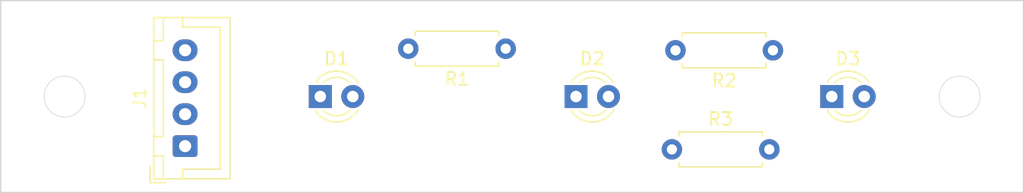
<source format=kicad_pcb>
(kicad_pcb (version 20171130) (host pcbnew 5.1.6-c6e7f7d~87~ubuntu18.04.1)

  (general
    (thickness 1.6)
    (drawings 6)
    (tracks 0)
    (zones 0)
    (modules 7)
    (nets 8)
  )

  (page A4)
  (layers
    (0 F.Cu signal)
    (31 B.Cu signal)
    (32 B.Adhes user)
    (33 F.Adhes user)
    (34 B.Paste user)
    (35 F.Paste user)
    (36 B.SilkS user)
    (37 F.SilkS user)
    (38 B.Mask user)
    (39 F.Mask user)
    (40 Dwgs.User user)
    (41 Cmts.User user)
    (42 Eco1.User user)
    (43 Eco2.User user)
    (44 Edge.Cuts user)
    (45 Margin user)
    (46 B.CrtYd user)
    (47 F.CrtYd user)
    (48 B.Fab user)
    (49 F.Fab user)
  )

  (setup
    (last_trace_width 0.25)
    (trace_clearance 0.2)
    (zone_clearance 0.508)
    (zone_45_only no)
    (trace_min 0.2)
    (via_size 0.8)
    (via_drill 0.4)
    (via_min_size 0.4)
    (via_min_drill 0.3)
    (uvia_size 0.3)
    (uvia_drill 0.1)
    (uvias_allowed no)
    (uvia_min_size 0.2)
    (uvia_min_drill 0.1)
    (edge_width 0.05)
    (segment_width 0.2)
    (pcb_text_width 0.3)
    (pcb_text_size 1.5 1.5)
    (mod_edge_width 0.12)
    (mod_text_size 1 1)
    (mod_text_width 0.15)
    (pad_size 1.8 1.8)
    (pad_drill 0.9)
    (pad_to_mask_clearance 0.05)
    (aux_axis_origin 0 0)
    (visible_elements FFFFFF7F)
    (pcbplotparams
      (layerselection 0x010fc_ffffffff)
      (usegerberextensions false)
      (usegerberattributes true)
      (usegerberadvancedattributes true)
      (creategerberjobfile true)
      (excludeedgelayer true)
      (linewidth 0.100000)
      (plotframeref false)
      (viasonmask false)
      (mode 1)
      (useauxorigin false)
      (hpglpennumber 1)
      (hpglpenspeed 20)
      (hpglpendiameter 15.000000)
      (psnegative false)
      (psa4output false)
      (plotreference true)
      (plotvalue true)
      (plotinvisibletext false)
      (padsonsilk false)
      (subtractmaskfromsilk false)
      (outputformat 1)
      (mirror false)
      (drillshape 1)
      (scaleselection 1)
      (outputdirectory ""))
  )

  (net 0 "")
  (net 1 "Net-(D1-Pad2)")
  (net 2 "Net-(D1-Pad1)")
  (net 3 "Net-(D2-Pad2)")
  (net 4 "Net-(D2-Pad1)")
  (net 5 "Net-(D3-Pad2)")
  (net 6 "Net-(D3-Pad1)")
  (net 7 "Net-(J1-Pad4)")

  (net_class Default "This is the default net class."
    (clearance 0.2)
    (trace_width 0.25)
    (via_dia 0.8)
    (via_drill 0.4)
    (uvia_dia 0.3)
    (uvia_drill 0.1)
    (add_net "Net-(D1-Pad1)")
    (add_net "Net-(D1-Pad2)")
    (add_net "Net-(D2-Pad1)")
    (add_net "Net-(D2-Pad2)")
    (add_net "Net-(D3-Pad1)")
    (add_net "Net-(D3-Pad2)")
    (add_net "Net-(J1-Pad4)")
  )

  (module Resistor_THT:R_Axial_DIN0207_L6.3mm_D2.5mm_P7.62mm_Horizontal (layer F.Cu) (tedit 5AE5139B) (tstamp 60617F4D)
    (at 152.5 111.633)
    (descr "Resistor, Axial_DIN0207 series, Axial, Horizontal, pin pitch=7.62mm, 0.25W = 1/4W, length*diameter=6.3*2.5mm^2, http://cdn-reichelt.de/documents/datenblatt/B400/1_4W%23YAG.pdf")
    (tags "Resistor Axial_DIN0207 series Axial Horizontal pin pitch 7.62mm 0.25W = 1/4W length 6.3mm diameter 2.5mm")
    (path /606257AB)
    (fp_text reference R3 (at 3.81 -2.37) (layer F.SilkS)
      (effects (font (size 1 1) (thickness 0.15)))
    )
    (fp_text value 1k (at 3.81 2.37) (layer F.Fab)
      (effects (font (size 1 1) (thickness 0.15)))
    )
    (fp_text user %R (at 3.81 0) (layer F.Fab)
      (effects (font (size 1 1) (thickness 0.15)))
    )
    (fp_line (start 0.66 -1.25) (end 0.66 1.25) (layer F.Fab) (width 0.1))
    (fp_line (start 0.66 1.25) (end 6.96 1.25) (layer F.Fab) (width 0.1))
    (fp_line (start 6.96 1.25) (end 6.96 -1.25) (layer F.Fab) (width 0.1))
    (fp_line (start 6.96 -1.25) (end 0.66 -1.25) (layer F.Fab) (width 0.1))
    (fp_line (start 0 0) (end 0.66 0) (layer F.Fab) (width 0.1))
    (fp_line (start 7.62 0) (end 6.96 0) (layer F.Fab) (width 0.1))
    (fp_line (start 0.54 -1.04) (end 0.54 -1.37) (layer F.SilkS) (width 0.12))
    (fp_line (start 0.54 -1.37) (end 7.08 -1.37) (layer F.SilkS) (width 0.12))
    (fp_line (start 7.08 -1.37) (end 7.08 -1.04) (layer F.SilkS) (width 0.12))
    (fp_line (start 0.54 1.04) (end 0.54 1.37) (layer F.SilkS) (width 0.12))
    (fp_line (start 0.54 1.37) (end 7.08 1.37) (layer F.SilkS) (width 0.12))
    (fp_line (start 7.08 1.37) (end 7.08 1.04) (layer F.SilkS) (width 0.12))
    (fp_line (start -1.05 -1.5) (end -1.05 1.5) (layer F.CrtYd) (width 0.05))
    (fp_line (start -1.05 1.5) (end 8.67 1.5) (layer F.CrtYd) (width 0.05))
    (fp_line (start 8.67 1.5) (end 8.67 -1.5) (layer F.CrtYd) (width 0.05))
    (fp_line (start 8.67 -1.5) (end -1.05 -1.5) (layer F.CrtYd) (width 0.05))
    (pad 2 thru_hole oval (at 7.62 0) (size 1.6 1.6) (drill 0.8) (layers *.Cu *.Mask)
      (net 5 "Net-(D3-Pad2)"))
    (pad 1 thru_hole circle (at 0 0) (size 1.6 1.6) (drill 0.8) (layers *.Cu *.Mask)
      (net 7 "Net-(J1-Pad4)"))
    (model ${KISYS3DMOD}/Resistor_THT.3dshapes/R_Axial_DIN0207_L6.3mm_D2.5mm_P7.62mm_Horizontal.wrl
      (at (xyz 0 0 0))
      (scale (xyz 1 1 1))
      (rotate (xyz 0 0 0))
    )
  )

  (module Resistor_THT:R_Axial_DIN0207_L6.3mm_D2.5mm_P7.62mm_Horizontal (layer F.Cu) (tedit 5AE5139B) (tstamp 6061ACFE)
    (at 160.401 103.886 180)
    (descr "Resistor, Axial_DIN0207 series, Axial, Horizontal, pin pitch=7.62mm, 0.25W = 1/4W, length*diameter=6.3*2.5mm^2, http://cdn-reichelt.de/documents/datenblatt/B400/1_4W%23YAG.pdf")
    (tags "Resistor Axial_DIN0207 series Axial Horizontal pin pitch 7.62mm 0.25W = 1/4W length 6.3mm diameter 2.5mm")
    (path /606262BB)
    (fp_text reference R2 (at 3.81 -2.37) (layer F.SilkS)
      (effects (font (size 1 1) (thickness 0.15)))
    )
    (fp_text value 1k (at 3.81 2.37) (layer F.Fab)
      (effects (font (size 1 1) (thickness 0.15)))
    )
    (fp_text user %R (at 3.81 0) (layer F.Fab)
      (effects (font (size 1 1) (thickness 0.15)))
    )
    (fp_line (start 0.66 -1.25) (end 0.66 1.25) (layer F.Fab) (width 0.1))
    (fp_line (start 0.66 1.25) (end 6.96 1.25) (layer F.Fab) (width 0.1))
    (fp_line (start 6.96 1.25) (end 6.96 -1.25) (layer F.Fab) (width 0.1))
    (fp_line (start 6.96 -1.25) (end 0.66 -1.25) (layer F.Fab) (width 0.1))
    (fp_line (start 0 0) (end 0.66 0) (layer F.Fab) (width 0.1))
    (fp_line (start 7.62 0) (end 6.96 0) (layer F.Fab) (width 0.1))
    (fp_line (start 0.54 -1.04) (end 0.54 -1.37) (layer F.SilkS) (width 0.12))
    (fp_line (start 0.54 -1.37) (end 7.08 -1.37) (layer F.SilkS) (width 0.12))
    (fp_line (start 7.08 -1.37) (end 7.08 -1.04) (layer F.SilkS) (width 0.12))
    (fp_line (start 0.54 1.04) (end 0.54 1.37) (layer F.SilkS) (width 0.12))
    (fp_line (start 0.54 1.37) (end 7.08 1.37) (layer F.SilkS) (width 0.12))
    (fp_line (start 7.08 1.37) (end 7.08 1.04) (layer F.SilkS) (width 0.12))
    (fp_line (start -1.05 -1.5) (end -1.05 1.5) (layer F.CrtYd) (width 0.05))
    (fp_line (start -1.05 1.5) (end 8.67 1.5) (layer F.CrtYd) (width 0.05))
    (fp_line (start 8.67 1.5) (end 8.67 -1.5) (layer F.CrtYd) (width 0.05))
    (fp_line (start 8.67 -1.5) (end -1.05 -1.5) (layer F.CrtYd) (width 0.05))
    (pad 2 thru_hole oval (at 7.62 0 180) (size 1.6 1.6) (drill 0.8) (layers *.Cu *.Mask)
      (net 3 "Net-(D2-Pad2)"))
    (pad 1 thru_hole circle (at 0 0 180) (size 1.6 1.6) (drill 0.8) (layers *.Cu *.Mask)
      (net 7 "Net-(J1-Pad4)"))
    (model ${KISYS3DMOD}/Resistor_THT.3dshapes/R_Axial_DIN0207_L6.3mm_D2.5mm_P7.62mm_Horizontal.wrl
      (at (xyz 0 0 0))
      (scale (xyz 1 1 1))
      (rotate (xyz 0 0 0))
    )
  )

  (module Resistor_THT:R_Axial_DIN0207_L6.3mm_D2.5mm_P7.62mm_Horizontal (layer F.Cu) (tedit 5AE5139B) (tstamp 60618132)
    (at 139.5 103.759 180)
    (descr "Resistor, Axial_DIN0207 series, Axial, Horizontal, pin pitch=7.62mm, 0.25W = 1/4W, length*diameter=6.3*2.5mm^2, http://cdn-reichelt.de/documents/datenblatt/B400/1_4W%23YAG.pdf")
    (tags "Resistor Axial_DIN0207 series Axial Horizontal pin pitch 7.62mm 0.25W = 1/4W length 6.3mm diameter 2.5mm")
    (path /60626A53)
    (fp_text reference R1 (at 3.81 -2.37) (layer F.SilkS)
      (effects (font (size 1 1) (thickness 0.15)))
    )
    (fp_text value 1k (at 3.81 2.37) (layer F.Fab)
      (effects (font (size 1 1) (thickness 0.15)))
    )
    (fp_text user %R (at 3.81 0) (layer F.Fab)
      (effects (font (size 1 1) (thickness 0.15)))
    )
    (fp_line (start 0.66 -1.25) (end 0.66 1.25) (layer F.Fab) (width 0.1))
    (fp_line (start 0.66 1.25) (end 6.96 1.25) (layer F.Fab) (width 0.1))
    (fp_line (start 6.96 1.25) (end 6.96 -1.25) (layer F.Fab) (width 0.1))
    (fp_line (start 6.96 -1.25) (end 0.66 -1.25) (layer F.Fab) (width 0.1))
    (fp_line (start 0 0) (end 0.66 0) (layer F.Fab) (width 0.1))
    (fp_line (start 7.62 0) (end 6.96 0) (layer F.Fab) (width 0.1))
    (fp_line (start 0.54 -1.04) (end 0.54 -1.37) (layer F.SilkS) (width 0.12))
    (fp_line (start 0.54 -1.37) (end 7.08 -1.37) (layer F.SilkS) (width 0.12))
    (fp_line (start 7.08 -1.37) (end 7.08 -1.04) (layer F.SilkS) (width 0.12))
    (fp_line (start 0.54 1.04) (end 0.54 1.37) (layer F.SilkS) (width 0.12))
    (fp_line (start 0.54 1.37) (end 7.08 1.37) (layer F.SilkS) (width 0.12))
    (fp_line (start 7.08 1.37) (end 7.08 1.04) (layer F.SilkS) (width 0.12))
    (fp_line (start -1.05 -1.5) (end -1.05 1.5) (layer F.CrtYd) (width 0.05))
    (fp_line (start -1.05 1.5) (end 8.67 1.5) (layer F.CrtYd) (width 0.05))
    (fp_line (start 8.67 1.5) (end 8.67 -1.5) (layer F.CrtYd) (width 0.05))
    (fp_line (start 8.67 -1.5) (end -1.05 -1.5) (layer F.CrtYd) (width 0.05))
    (pad 2 thru_hole oval (at 7.62 0 180) (size 1.6 1.6) (drill 0.8) (layers *.Cu *.Mask)
      (net 1 "Net-(D1-Pad2)"))
    (pad 1 thru_hole circle (at 0 0 180) (size 1.6 1.6) (drill 0.8) (layers *.Cu *.Mask)
      (net 7 "Net-(J1-Pad4)"))
    (model ${KISYS3DMOD}/Resistor_THT.3dshapes/R_Axial_DIN0207_L6.3mm_D2.5mm_P7.62mm_Horizontal.wrl
      (at (xyz 0 0 0))
      (scale (xyz 1 1 1))
      (rotate (xyz 0 0 0))
    )
  )

  (module Connectors_JST:JST_XH_B4B-XH-A_1x04_P2.50mm_Vertical (layer F.Cu) (tedit 5C28146C) (tstamp 60617D36)
    (at 114.427 111.379 90)
    (descr "JST XH series connector, B4B-XH-A (http://www.jst-mfg.com/product/pdf/eng/eXH.pdf), generated with kicad-footprint-generator")
    (tags "connector JST XH vertical")
    (path /6061EE6E)
    (fp_text reference J1 (at 3.75 -3.55 90) (layer F.SilkS)
      (effects (font (size 1 1) (thickness 0.15)))
    )
    (fp_text value Conn_01x04 (at 3.75 4.6 90) (layer F.Fab)
      (effects (font (size 1 1) (thickness 0.15)))
    )
    (fp_text user %R (at 3.75 2.7 90) (layer F.Fab)
      (effects (font (size 1 1) (thickness 0.15)))
    )
    (fp_line (start -2.45 -2.35) (end -2.45 3.4) (layer F.Fab) (width 0.1))
    (fp_line (start -2.45 3.4) (end 9.95 3.4) (layer F.Fab) (width 0.1))
    (fp_line (start 9.95 3.4) (end 9.95 -2.35) (layer F.Fab) (width 0.1))
    (fp_line (start 9.95 -2.35) (end -2.45 -2.35) (layer F.Fab) (width 0.1))
    (fp_line (start -2.56 -2.46) (end -2.56 3.51) (layer F.SilkS) (width 0.12))
    (fp_line (start -2.56 3.51) (end 10.06 3.51) (layer F.SilkS) (width 0.12))
    (fp_line (start 10.06 3.51) (end 10.06 -2.46) (layer F.SilkS) (width 0.12))
    (fp_line (start 10.06 -2.46) (end -2.56 -2.46) (layer F.SilkS) (width 0.12))
    (fp_line (start -2.95 -2.85) (end -2.95 3.9) (layer F.CrtYd) (width 0.05))
    (fp_line (start -2.95 3.9) (end 10.45 3.9) (layer F.CrtYd) (width 0.05))
    (fp_line (start 10.45 3.9) (end 10.45 -2.85) (layer F.CrtYd) (width 0.05))
    (fp_line (start 10.45 -2.85) (end -2.95 -2.85) (layer F.CrtYd) (width 0.05))
    (fp_line (start -0.625 -2.35) (end 0 -1.35) (layer F.Fab) (width 0.1))
    (fp_line (start 0 -1.35) (end 0.625 -2.35) (layer F.Fab) (width 0.1))
    (fp_line (start 0.75 -2.45) (end 0.75 -1.7) (layer F.SilkS) (width 0.12))
    (fp_line (start 0.75 -1.7) (end 6.75 -1.7) (layer F.SilkS) (width 0.12))
    (fp_line (start 6.75 -1.7) (end 6.75 -2.45) (layer F.SilkS) (width 0.12))
    (fp_line (start 6.75 -2.45) (end 0.75 -2.45) (layer F.SilkS) (width 0.12))
    (fp_line (start -2.55 -2.45) (end -2.55 -1.7) (layer F.SilkS) (width 0.12))
    (fp_line (start -2.55 -1.7) (end -0.75 -1.7) (layer F.SilkS) (width 0.12))
    (fp_line (start -0.75 -1.7) (end -0.75 -2.45) (layer F.SilkS) (width 0.12))
    (fp_line (start -0.75 -2.45) (end -2.55 -2.45) (layer F.SilkS) (width 0.12))
    (fp_line (start 8.25 -2.45) (end 8.25 -1.7) (layer F.SilkS) (width 0.12))
    (fp_line (start 8.25 -1.7) (end 10.05 -1.7) (layer F.SilkS) (width 0.12))
    (fp_line (start 10.05 -1.7) (end 10.05 -2.45) (layer F.SilkS) (width 0.12))
    (fp_line (start 10.05 -2.45) (end 8.25 -2.45) (layer F.SilkS) (width 0.12))
    (fp_line (start -2.55 -0.2) (end -1.8 -0.2) (layer F.SilkS) (width 0.12))
    (fp_line (start -1.8 -0.2) (end -1.8 2.75) (layer F.SilkS) (width 0.12))
    (fp_line (start -1.8 2.75) (end 3.75 2.75) (layer F.SilkS) (width 0.12))
    (fp_line (start 10.05 -0.2) (end 9.3 -0.2) (layer F.SilkS) (width 0.12))
    (fp_line (start 9.3 -0.2) (end 9.3 2.75) (layer F.SilkS) (width 0.12))
    (fp_line (start 9.3 2.75) (end 3.75 2.75) (layer F.SilkS) (width 0.12))
    (fp_line (start -1.6 -2.75) (end -2.85 -2.75) (layer F.SilkS) (width 0.12))
    (fp_line (start -2.85 -2.75) (end -2.85 -1.5) (layer F.SilkS) (width 0.12))
    (pad 4 thru_hole oval (at 7.5 0 90) (size 1.7 1.95) (drill 0.95) (layers *.Cu *.Mask)
      (net 7 "Net-(J1-Pad4)"))
    (pad 3 thru_hole oval (at 5 0 90) (size 1.7 1.95) (drill 0.95) (layers *.Cu *.Mask)
      (net 6 "Net-(D3-Pad1)"))
    (pad 2 thru_hole oval (at 2.5 0 90) (size 1.7 1.95) (drill 0.95) (layers *.Cu *.Mask)
      (net 4 "Net-(D2-Pad1)"))
    (pad 1 thru_hole roundrect (at 0 0 90) (size 1.7 1.95) (drill 0.95) (layers *.Cu *.Mask) (roundrect_rratio 0.147059)
      (net 2 "Net-(D1-Pad1)"))
    (model ${KISYS3DMOD}/Connector_JST.3dshapes/JST_XH_B4B-XH-A_1x04_P2.50mm_Vertical.wrl
      (at (xyz 0 0 0))
      (scale (xyz 1 1 1))
      (rotate (xyz 0 0 0))
    )
  )

  (module LED_THT:LED_D3.0mm (layer F.Cu) (tedit 587A3A7B) (tstamp 60617D0B)
    (at 165 107.5)
    (descr "LED, diameter 3.0mm, 2 pins")
    (tags "LED diameter 3.0mm 2 pins")
    (path /60620FFA)
    (fp_text reference D3 (at 1.27 -2.96) (layer F.SilkS)
      (effects (font (size 1 1) (thickness 0.15)))
    )
    (fp_text value LED (at 1.27 2.96) (layer F.Fab)
      (effects (font (size 1 1) (thickness 0.15)))
    )
    (fp_arc (start 1.27 0) (end 0.229039 1.08) (angle -87.9) (layer F.SilkS) (width 0.12))
    (fp_arc (start 1.27 0) (end 0.229039 -1.08) (angle 87.9) (layer F.SilkS) (width 0.12))
    (fp_arc (start 1.27 0) (end -0.29 1.235516) (angle -108.8) (layer F.SilkS) (width 0.12))
    (fp_arc (start 1.27 0) (end -0.29 -1.235516) (angle 108.8) (layer F.SilkS) (width 0.12))
    (fp_arc (start 1.27 0) (end -0.23 -1.16619) (angle 284.3) (layer F.Fab) (width 0.1))
    (fp_circle (center 1.27 0) (end 2.77 0) (layer F.Fab) (width 0.1))
    (fp_line (start -0.23 -1.16619) (end -0.23 1.16619) (layer F.Fab) (width 0.1))
    (fp_line (start -0.29 -1.236) (end -0.29 -1.08) (layer F.SilkS) (width 0.12))
    (fp_line (start -0.29 1.08) (end -0.29 1.236) (layer F.SilkS) (width 0.12))
    (fp_line (start -1.15 -2.25) (end -1.15 2.25) (layer F.CrtYd) (width 0.05))
    (fp_line (start -1.15 2.25) (end 3.7 2.25) (layer F.CrtYd) (width 0.05))
    (fp_line (start 3.7 2.25) (end 3.7 -2.25) (layer F.CrtYd) (width 0.05))
    (fp_line (start 3.7 -2.25) (end -1.15 -2.25) (layer F.CrtYd) (width 0.05))
    (pad 2 thru_hole circle (at 2.54 0) (size 1.8 1.8) (drill 0.9) (layers *.Cu *.Mask)
      (net 5 "Net-(D3-Pad2)"))
    (pad 1 thru_hole rect (at 0 0) (size 1.8 1.8) (drill 0.9) (layers *.Cu *.Mask)
      (net 6 "Net-(D3-Pad1)"))
    (model ${KISYS3DMOD}/LED_THT.3dshapes/LED_D3.0mm.wrl
      (at (xyz 0 0 0))
      (scale (xyz 1 1 1))
      (rotate (xyz 0 0 0))
    )
  )

  (module LED_THT:LED_D3.0mm (layer F.Cu) (tedit 587A3A7B) (tstamp 60617CF8)
    (at 145 107.5)
    (descr "LED, diameter 3.0mm, 2 pins")
    (tags "LED diameter 3.0mm 2 pins")
    (path /606249C3)
    (fp_text reference D2 (at 1.27 -2.96) (layer F.SilkS)
      (effects (font (size 1 1) (thickness 0.15)))
    )
    (fp_text value LED (at 1.27 2.96) (layer F.Fab)
      (effects (font (size 1 1) (thickness 0.15)))
    )
    (fp_arc (start 1.27 0) (end 0.229039 1.08) (angle -87.9) (layer F.SilkS) (width 0.12))
    (fp_arc (start 1.27 0) (end 0.229039 -1.08) (angle 87.9) (layer F.SilkS) (width 0.12))
    (fp_arc (start 1.27 0) (end -0.29 1.235516) (angle -108.8) (layer F.SilkS) (width 0.12))
    (fp_arc (start 1.27 0) (end -0.29 -1.235516) (angle 108.8) (layer F.SilkS) (width 0.12))
    (fp_arc (start 1.27 0) (end -0.23 -1.16619) (angle 284.3) (layer F.Fab) (width 0.1))
    (fp_circle (center 1.27 0) (end 2.77 0) (layer F.Fab) (width 0.1))
    (fp_line (start -0.23 -1.16619) (end -0.23 1.16619) (layer F.Fab) (width 0.1))
    (fp_line (start -0.29 -1.236) (end -0.29 -1.08) (layer F.SilkS) (width 0.12))
    (fp_line (start -0.29 1.08) (end -0.29 1.236) (layer F.SilkS) (width 0.12))
    (fp_line (start -1.15 -2.25) (end -1.15 2.25) (layer F.CrtYd) (width 0.05))
    (fp_line (start -1.15 2.25) (end 3.7 2.25) (layer F.CrtYd) (width 0.05))
    (fp_line (start 3.7 2.25) (end 3.7 -2.25) (layer F.CrtYd) (width 0.05))
    (fp_line (start 3.7 -2.25) (end -1.15 -2.25) (layer F.CrtYd) (width 0.05))
    (pad 2 thru_hole circle (at 2.54 0) (size 1.8 1.8) (drill 0.9) (layers *.Cu *.Mask)
      (net 3 "Net-(D2-Pad2)"))
    (pad 1 thru_hole rect (at 0 0) (size 1.8 1.8) (drill 0.9) (layers *.Cu *.Mask)
      (net 4 "Net-(D2-Pad1)"))
    (model ${KISYS3DMOD}/LED_THT.3dshapes/LED_D3.0mm.wrl
      (at (xyz 0 0 0))
      (scale (xyz 1 1 1))
      (rotate (xyz 0 0 0))
    )
  )

  (module LED_THT:LED_D3.0mm (layer F.Cu) (tedit 587A3A7B) (tstamp 60617CE5)
    (at 125 107.5)
    (descr "LED, diameter 3.0mm, 2 pins")
    (tags "LED diameter 3.0mm 2 pins")
    (path /60624E9E)
    (fp_text reference D1 (at 1.27 -2.96) (layer F.SilkS)
      (effects (font (size 1 1) (thickness 0.15)))
    )
    (fp_text value LED (at 1.27 2.96) (layer F.Fab)
      (effects (font (size 1 1) (thickness 0.15)))
    )
    (fp_arc (start 1.27 0) (end 0.229039 1.08) (angle -87.9) (layer F.SilkS) (width 0.12))
    (fp_arc (start 1.27 0) (end 0.229039 -1.08) (angle 87.9) (layer F.SilkS) (width 0.12))
    (fp_arc (start 1.27 0) (end -0.29 1.235516) (angle -108.8) (layer F.SilkS) (width 0.12))
    (fp_arc (start 1.27 0) (end -0.29 -1.235516) (angle 108.8) (layer F.SilkS) (width 0.12))
    (fp_arc (start 1.27 0) (end -0.23 -1.16619) (angle 284.3) (layer F.Fab) (width 0.1))
    (fp_circle (center 1.27 0) (end 2.77 0) (layer F.Fab) (width 0.1))
    (fp_line (start -0.23 -1.16619) (end -0.23 1.16619) (layer F.Fab) (width 0.1))
    (fp_line (start -0.29 -1.236) (end -0.29 -1.08) (layer F.SilkS) (width 0.12))
    (fp_line (start -0.29 1.08) (end -0.29 1.236) (layer F.SilkS) (width 0.12))
    (fp_line (start -1.15 -2.25) (end -1.15 2.25) (layer F.CrtYd) (width 0.05))
    (fp_line (start -1.15 2.25) (end 3.7 2.25) (layer F.CrtYd) (width 0.05))
    (fp_line (start 3.7 2.25) (end 3.7 -2.25) (layer F.CrtYd) (width 0.05))
    (fp_line (start 3.7 -2.25) (end -1.15 -2.25) (layer F.CrtYd) (width 0.05))
    (pad 2 thru_hole circle (at 2.54 0) (size 1.8 1.8) (drill 0.9) (layers *.Cu *.Mask)
      (net 1 "Net-(D1-Pad2)"))
    (pad 1 thru_hole rect (at 0 0) (size 1.8 1.8) (drill 0.9) (layers *.Cu *.Mask)
      (net 2 "Net-(D1-Pad1)"))
    (model ${KISYS3DMOD}/LED_THT.3dshapes/LED_D3.0mm.wrl
      (at (xyz 0 0 0))
      (scale (xyz 1 1 1))
      (rotate (xyz 0 0 0))
    )
  )

  (gr_circle (center 105 107.5) (end 106.6 107.5) (layer Edge.Cuts) (width 0.05) (tstamp 60618022))
  (gr_circle (center 175 107.5) (end 176.6 107.5) (layer Edge.Cuts) (width 0.05))
  (gr_line (start 180 100) (end 180 115) (layer Edge.Cuts) (width 0.1))
  (gr_line (start 100 100) (end 180 100) (layer Edge.Cuts) (width 0.1))
  (gr_line (start 100 115) (end 100 100) (layer Edge.Cuts) (width 0.1))
  (gr_line (start 180 115) (end 100 115) (layer Edge.Cuts) (width 0.1))

)

</source>
